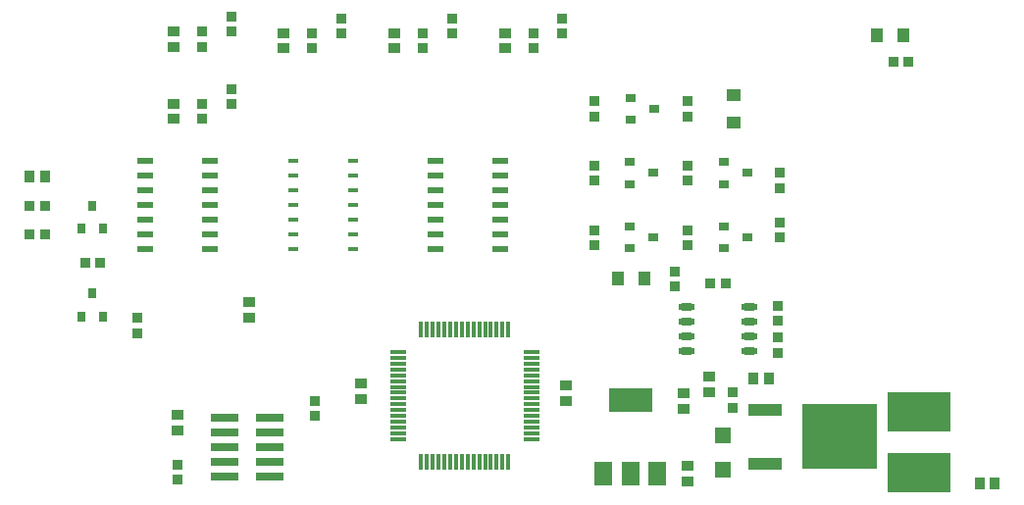
<source format=gtp>
%FSLAX23Y23*%
%MOIN*%
%SFA1B1*%

%IPPOS*%
%ADD16R,0.035430X0.039370*%
%ADD17R,0.039370X0.035430*%
%ADD18R,0.051180X0.043310*%
%ADD19R,0.043310X0.051180*%
%ADD20R,0.057090X0.053150*%
%ADD21R,0.214570X0.137800*%
%ADD22R,0.035430X0.031500*%
%ADD23R,0.031500X0.035430*%
%ADD24R,0.251970X0.218500*%
%ADD25R,0.118110X0.039370*%
%ADD26R,0.037400X0.033470*%
%ADD27R,0.033470X0.037400*%
%ADD28R,0.035000X0.016540*%
%ADD29R,0.057090X0.023620*%
%ADD30O,0.057090X0.023620*%
%ADD31R,0.011810X0.053150*%
%ADD32R,0.053150X0.011810*%
%ADD33R,0.149610X0.078740*%
%ADD34R,0.059060X0.078740*%
%ADD35R,0.094490X0.029920*%
%LNpedalboxrev2-1*%
%LPD*%
G54D16*
X562Y1090D03*
X615D03*
X3076Y404D03*
X3023D03*
X3790Y46D03*
X3843D03*
G54D17*
X2871Y412D03*
Y359D03*
X1687Y335D03*
Y388D03*
X1066Y280D03*
Y227D03*
X2386Y329D03*
Y382D03*
X1051Y1339D03*
Y1286D03*
X2177Y1579D03*
Y1526D03*
X1425Y1579D03*
Y1526D03*
X1051Y1584D03*
Y1531D03*
X1800Y1579D03*
Y1526D03*
X2799Y106D03*
Y53D03*
X2784Y354D03*
Y301D03*
X1307Y611D03*
Y664D03*
G54D18*
X2956Y1275D03*
Y1366D03*
G54D19*
X2651Y744D03*
X2561D03*
X3442Y1570D03*
X3533D03*
G54D20*
X2917Y210D03*
Y94D03*
G54D21*
X3584Y291D03*
Y84D03*
G54D22*
X2606Y1358D03*
Y1283D03*
X2685Y1320D03*
X2921Y921D03*
Y846D03*
X3000Y883D03*
X2921Y1140D03*
Y1065D03*
X3000Y1103D03*
X2602Y921D03*
Y846D03*
X2681Y883D03*
X2602Y1140D03*
Y1065D03*
X2681Y1103D03*
G54D23*
X738Y615D03*
X812D03*
X775Y693D03*
X738Y913D03*
X812D03*
X775Y992D03*
G54D24*
X3316Y206D03*
G54D25*
X3062Y115D03*
Y296D03*
G54D26*
X2799Y909D03*
Y858D03*
Y1128D03*
Y1077D03*
X2480Y909D03*
Y858D03*
Y1128D03*
Y1077D03*
X3110Y935D03*
Y883D03*
Y1052D03*
Y1103D03*
X929Y610D03*
Y558D03*
X3105Y543D03*
Y491D03*
Y600D03*
Y651D03*
X1531Y329D03*
Y278D03*
X1066Y112D03*
Y61D03*
X2798Y1295D03*
Y1346D03*
X2480Y1295D03*
Y1346D03*
X2756Y767D03*
Y716D03*
X2951Y305D03*
Y356D03*
X1248Y1338D03*
Y1389D03*
X2373Y1578D03*
Y1629D03*
X1149Y1287D03*
Y1338D03*
X2275Y1527D03*
Y1578D03*
X1622D03*
Y1629D03*
X1523Y1527D03*
Y1578D03*
X1248Y1583D03*
Y1634D03*
X1997Y1578D03*
Y1629D03*
X1149Y1532D03*
Y1583D03*
X1899Y1527D03*
Y1578D03*
G54D27*
X614Y893D03*
X562D03*
Y992D03*
X614D03*
X750Y799D03*
X801D03*
X2875Y728D03*
X2927D03*
X3498Y1480D03*
X3549D03*
G54D28*
X1662Y843D03*
Y893D03*
Y943D03*
Y993D03*
Y1043D03*
Y1093D03*
Y1143D03*
X1457Y843D03*
Y893D03*
Y943D03*
Y993D03*
Y1043D03*
Y1093D03*
Y1143D03*
G54D29*
X1175Y843D03*
Y893D03*
Y943D03*
Y993D03*
Y1043D03*
Y1093D03*
Y1143D03*
X954Y843D03*
Y893D03*
Y943D03*
Y993D03*
Y1043D03*
Y1093D03*
Y1143D03*
X2161Y843D03*
Y893D03*
Y943D03*
Y993D03*
Y1043D03*
Y1093D03*
Y1143D03*
X1940Y843D03*
Y893D03*
Y943D03*
Y993D03*
Y1043D03*
Y1093D03*
Y1143D03*
G54D30*
X2795Y647D03*
Y597D03*
Y547D03*
Y497D03*
X3009Y647D03*
Y497D03*
Y597D03*
Y547D03*
G54D31*
X2188Y120D03*
X2169D03*
X2149D03*
X2129D03*
X2110D03*
X2090D03*
X2070D03*
X2051D03*
X2031D03*
X2011D03*
X1992D03*
X1972D03*
X1952D03*
X1933D03*
X1913D03*
X1893D03*
Y572D03*
X1913D03*
X1933D03*
X1952D03*
X1972D03*
X1992D03*
X2011D03*
X2031D03*
X2051D03*
X2070D03*
X2090D03*
X2110D03*
X2129D03*
X2149D03*
X2169D03*
X2188D03*
G54D32*
X1814Y198D03*
Y218D03*
Y238D03*
Y257D03*
Y277D03*
Y297D03*
Y316D03*
Y336D03*
Y356D03*
Y375D03*
Y395D03*
Y415D03*
Y435D03*
Y454D03*
Y474D03*
Y494D03*
X2267D03*
Y474D03*
Y454D03*
Y435D03*
Y415D03*
Y395D03*
Y375D03*
Y356D03*
Y336D03*
Y316D03*
Y297D03*
Y277D03*
Y257D03*
Y238D03*
Y218D03*
Y198D03*
G54D33*
X2604Y330D03*
G54D34*
X2694Y82D03*
X2604D03*
X2513D03*
G54D35*
X1224Y270D03*
X1377D03*
X1224Y220D03*
X1377D03*
X1224Y170D03*
X1377D03*
X1224Y120D03*
X1377D03*
X1224Y70D03*
X1377D03*
M02*
</source>
